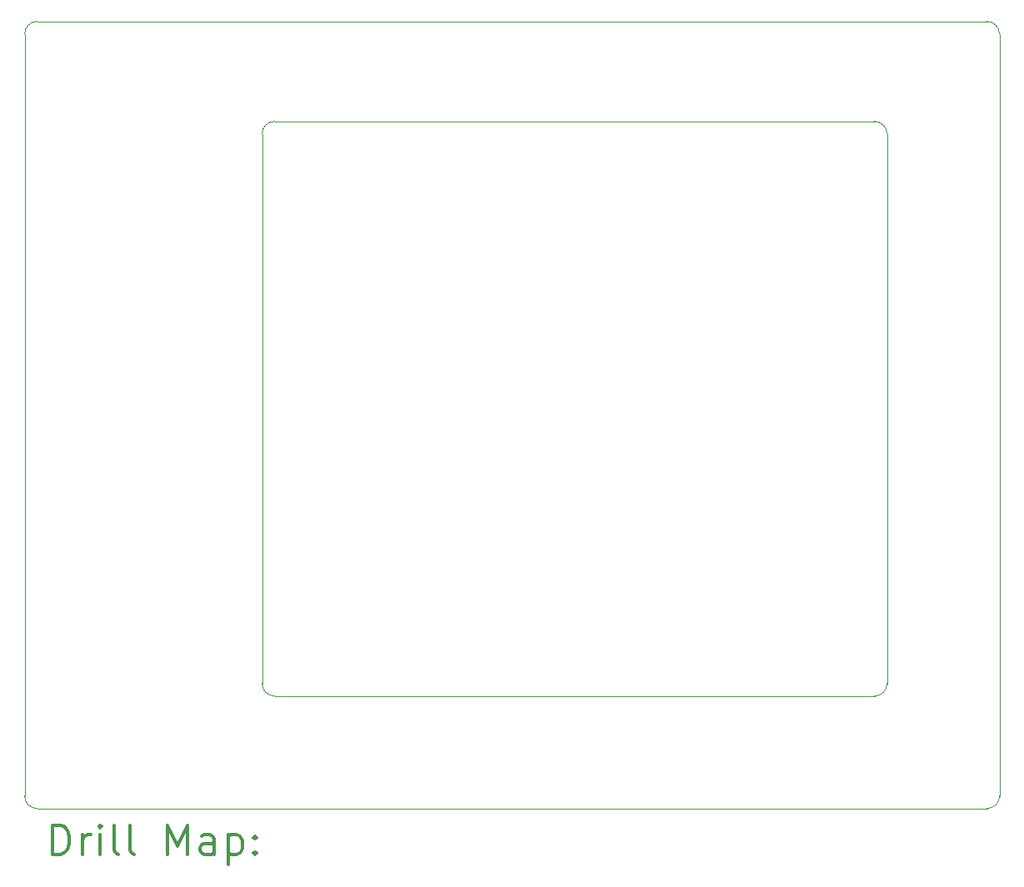
<source format=gbr>
%FSLAX45Y45*%
G04 Gerber Fmt 4.5, Leading zero omitted, Abs format (unit mm)*
G04 Created by KiCad (PCBNEW 5.1.10) date 2021-05-09 13:28:22*
%MOMM*%
%LPD*%
G01*
G04 APERTURE LIST*
%TA.AperFunction,Profile*%
%ADD10C,0.050000*%
%TD*%
%ADD11C,0.200000*%
%ADD12C,0.300000*%
G04 APERTURE END LIST*
D10*
X12954000Y-2794000D02*
G75*
G02*
X13081000Y-2921000I0J-127000D01*
G01*
X13081000Y-10668000D02*
G75*
G02*
X12954000Y-10795000I-127000J0D01*
G01*
X3302000Y-10795000D02*
G75*
G02*
X3175000Y-10668000I0J127000D01*
G01*
X3175000Y-2921000D02*
G75*
G02*
X3302000Y-2794000I127000J0D01*
G01*
X11811000Y-3810000D02*
G75*
G02*
X11938000Y-3937000I0J-127000D01*
G01*
X11938000Y-9525000D02*
G75*
G02*
X11811000Y-9652000I-127000J0D01*
G01*
X5715000Y-9652000D02*
G75*
G02*
X5588000Y-9525000I0J127000D01*
G01*
X5588000Y-3937000D02*
G75*
G02*
X5715000Y-3810000I127000J0D01*
G01*
X11938000Y-3937000D02*
X11938000Y-4572000D01*
X5715000Y-3810000D02*
X11811000Y-3810000D01*
X5588000Y-4572000D02*
X5588000Y-3937000D01*
X5588000Y-4572000D02*
X5588000Y-9525000D01*
X11811000Y-9652000D02*
X5715000Y-9652000D01*
X11938000Y-4572000D02*
X11938000Y-9525000D01*
X3175000Y-10668000D02*
X3175000Y-2921000D01*
X12954000Y-10795000D02*
X3302000Y-10795000D01*
X13081000Y-2921000D02*
X13081000Y-10668000D01*
X3302000Y-2794000D02*
X12954000Y-2794000D01*
D11*
D12*
X3458928Y-11263214D02*
X3458928Y-10963214D01*
X3530357Y-10963214D01*
X3573214Y-10977500D01*
X3601786Y-11006072D01*
X3616071Y-11034643D01*
X3630357Y-11091786D01*
X3630357Y-11134643D01*
X3616071Y-11191786D01*
X3601786Y-11220357D01*
X3573214Y-11248929D01*
X3530357Y-11263214D01*
X3458928Y-11263214D01*
X3758928Y-11263214D02*
X3758928Y-11063214D01*
X3758928Y-11120357D02*
X3773214Y-11091786D01*
X3787500Y-11077500D01*
X3816071Y-11063214D01*
X3844643Y-11063214D01*
X3944643Y-11263214D02*
X3944643Y-11063214D01*
X3944643Y-10963214D02*
X3930357Y-10977500D01*
X3944643Y-10991786D01*
X3958928Y-10977500D01*
X3944643Y-10963214D01*
X3944643Y-10991786D01*
X4130357Y-11263214D02*
X4101786Y-11248929D01*
X4087500Y-11220357D01*
X4087500Y-10963214D01*
X4287500Y-11263214D02*
X4258928Y-11248929D01*
X4244643Y-11220357D01*
X4244643Y-10963214D01*
X4630357Y-11263214D02*
X4630357Y-10963214D01*
X4730357Y-11177500D01*
X4830357Y-10963214D01*
X4830357Y-11263214D01*
X5101786Y-11263214D02*
X5101786Y-11106072D01*
X5087500Y-11077500D01*
X5058928Y-11063214D01*
X5001786Y-11063214D01*
X4973214Y-11077500D01*
X5101786Y-11248929D02*
X5073214Y-11263214D01*
X5001786Y-11263214D01*
X4973214Y-11248929D01*
X4958928Y-11220357D01*
X4958928Y-11191786D01*
X4973214Y-11163214D01*
X5001786Y-11148929D01*
X5073214Y-11148929D01*
X5101786Y-11134643D01*
X5244643Y-11063214D02*
X5244643Y-11363214D01*
X5244643Y-11077500D02*
X5273214Y-11063214D01*
X5330357Y-11063214D01*
X5358928Y-11077500D01*
X5373214Y-11091786D01*
X5387500Y-11120357D01*
X5387500Y-11206071D01*
X5373214Y-11234643D01*
X5358928Y-11248929D01*
X5330357Y-11263214D01*
X5273214Y-11263214D01*
X5244643Y-11248929D01*
X5516071Y-11234643D02*
X5530357Y-11248929D01*
X5516071Y-11263214D01*
X5501786Y-11248929D01*
X5516071Y-11234643D01*
X5516071Y-11263214D01*
X5516071Y-11077500D02*
X5530357Y-11091786D01*
X5516071Y-11106072D01*
X5501786Y-11091786D01*
X5516071Y-11077500D01*
X5516071Y-11106072D01*
M02*

</source>
